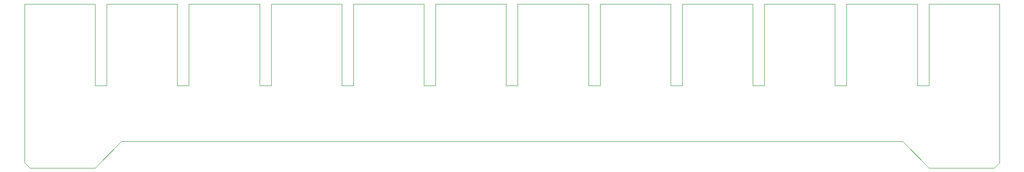
<source format=gbr>
G04 #@! TF.GenerationSoftware,KiCad,Pcbnew,7.0.2-0*
G04 #@! TF.CreationDate,2023-11-08T10:18:56-05:00*
G04 #@! TF.ProjectId,blade12_1-12,626c6164-6531-4325-9f31-2d31322e6b69,rev?*
G04 #@! TF.SameCoordinates,Original*
G04 #@! TF.FileFunction,Profile,NP*
%FSLAX46Y46*%
G04 Gerber Fmt 4.6, Leading zero omitted, Abs format (unit mm)*
G04 Created by KiCad (PCBNEW 7.0.2-0) date 2023-11-08 10:18:56*
%MOMM*%
%LPD*%
G01*
G04 APERTURE LIST*
G04 #@! TA.AperFunction,Profile*
%ADD10C,0.050000*%
G04 #@! TD*
G04 APERTURE END LIST*
D10*
X34650000Y-56200000D02*
X22250000Y-56200000D01*
X107650114Y-25113687D02*
X112650114Y-25113687D01*
X190650114Y-25113687D02*
X190650114Y-40600000D01*
X99250000Y-40600000D02*
X99250114Y-25113687D01*
X201250114Y-25113687D02*
X206250114Y-25113687D01*
X114850000Y-40600000D02*
X112650114Y-40600000D01*
X146050000Y-40600000D02*
X143850114Y-40600000D01*
X187850000Y-51200000D02*
X39650000Y-51200000D01*
X192850000Y-56200000D02*
X187850000Y-51200000D01*
X161650000Y-40600000D02*
X161650114Y-25113687D01*
X34650114Y-25113687D02*
X34650114Y-40600000D01*
X97050114Y-25113687D02*
X97050114Y-40600000D01*
X45250114Y-25113687D02*
X36850114Y-25113687D01*
X138850114Y-25113687D02*
X130450114Y-25113687D01*
X177250000Y-40600000D02*
X177250114Y-25113687D01*
X68050000Y-40600000D02*
X65850114Y-40600000D01*
X192850000Y-40600000D02*
X190650114Y-40600000D01*
X192850000Y-40600000D02*
X192850114Y-25113687D01*
X81450114Y-25113687D02*
X81450114Y-40600000D01*
X99250000Y-40600000D02*
X97050114Y-40600000D01*
X76450114Y-25113687D02*
X81450114Y-25113687D01*
X170050114Y-25113687D02*
X161650114Y-25113687D01*
X123250114Y-25113687D02*
X128250114Y-25113687D01*
X154450114Y-25113687D02*
X146050114Y-25113687D01*
X185650114Y-25113687D02*
X190650114Y-25113687D01*
X60850114Y-25113687D02*
X52450114Y-25113687D01*
X92050114Y-25113687D02*
X83650114Y-25113687D01*
X50250114Y-25113687D02*
X50250114Y-40600000D01*
X130450000Y-40600000D02*
X128250114Y-40600000D01*
X206250114Y-25113687D02*
X206250000Y-55200000D01*
X60850114Y-25113687D02*
X65850114Y-25113687D01*
X161650000Y-40600000D02*
X159450114Y-40600000D01*
X45250114Y-25113687D02*
X50250114Y-25113687D01*
X107650114Y-25113687D02*
X99250114Y-25113687D01*
X114850000Y-40600000D02*
X114850114Y-25113687D01*
X138850114Y-25113687D02*
X143850114Y-25113687D01*
X123250114Y-25113687D02*
X114850114Y-25113687D01*
X175050114Y-25113687D02*
X175050114Y-40600000D01*
X65850114Y-25113687D02*
X65850114Y-40600000D01*
X36850000Y-40600000D02*
X36850114Y-25113687D01*
X34650000Y-56200000D02*
X39650000Y-51200000D01*
X128250114Y-25113687D02*
X128250114Y-40600000D01*
X205250000Y-56200000D02*
X206250000Y-55200000D01*
X29650114Y-25113687D02*
X21250114Y-25113687D01*
X76450114Y-25113687D02*
X68050114Y-25113687D01*
X205250000Y-56200000D02*
X192850000Y-56200000D01*
X159450114Y-25113687D02*
X159450114Y-40600000D01*
X130450000Y-40600000D02*
X130450114Y-25113687D01*
X177250000Y-40600000D02*
X175050114Y-40600000D01*
X201250114Y-25113687D02*
X192850114Y-25113687D01*
X36850000Y-40600000D02*
X34650114Y-40600000D01*
X29650114Y-25113687D02*
X34650114Y-25113687D01*
X83650000Y-40600000D02*
X81450114Y-40600000D01*
X146050000Y-40600000D02*
X146050114Y-25113687D01*
X21250000Y-55200000D02*
X21250114Y-25113687D01*
X21250000Y-55200000D02*
X22250000Y-56200000D01*
X92050114Y-25113687D02*
X97050114Y-25113687D01*
X52450000Y-40600000D02*
X50250114Y-40600000D01*
X143850114Y-25113687D02*
X143850114Y-40600000D01*
X170050114Y-25113687D02*
X175050114Y-25113687D01*
X52450000Y-40600000D02*
X52450114Y-25113687D01*
X185650114Y-25113687D02*
X177250114Y-25113687D01*
X112650114Y-25113687D02*
X112650114Y-40600000D01*
X154450114Y-25113687D02*
X159450114Y-25113687D01*
X83650000Y-40600000D02*
X83650114Y-25113687D01*
X68050000Y-40600000D02*
X68050114Y-25113687D01*
M02*

</source>
